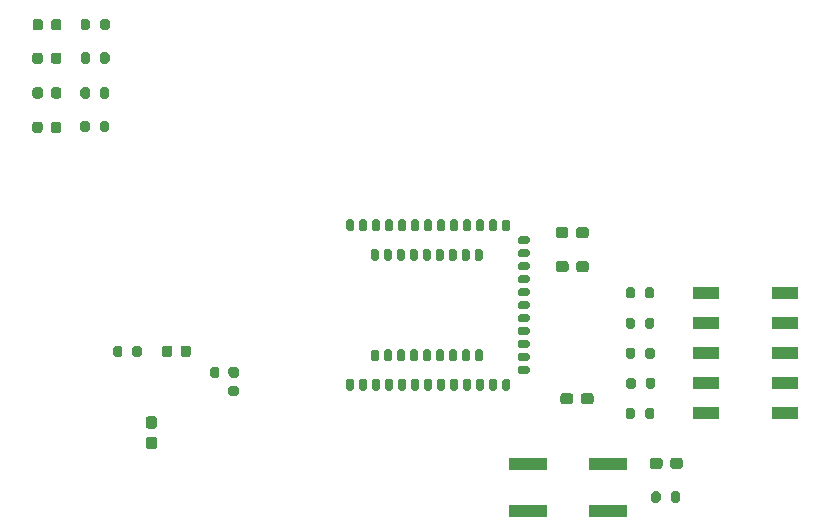
<source format=gbr>
%TF.GenerationSoftware,KiCad,Pcbnew,(5.1.7)-1*%
%TF.CreationDate,2020-11-28T10:02:44+01:00*%
%TF.ProjectId,Rhizo_Receiver_Shield,5268697a-6f5f-4526-9563-65697665725f,rev?*%
%TF.SameCoordinates,Original*%
%TF.FileFunction,Paste,Top*%
%TF.FilePolarity,Positive*%
%FSLAX46Y46*%
G04 Gerber Fmt 4.6, Leading zero omitted, Abs format (unit mm)*
G04 Created by KiCad (PCBNEW (5.1.7)-1) date 2020-11-28 10:02:44*
%MOMM*%
%LPD*%
G01*
G04 APERTURE LIST*
%ADD10R,3.200000X1.000000*%
%ADD11R,2.160000X1.120000*%
G04 APERTURE END LIST*
%TO.C,C18*%
G36*
G01*
X158384120Y-94077800D02*
X158384120Y-93602800D01*
G75*
G02*
X158621620Y-93365300I237500J0D01*
G01*
X159221620Y-93365300D01*
G75*
G02*
X159459120Y-93602800I0J-237500D01*
G01*
X159459120Y-94077800D01*
G75*
G02*
X159221620Y-94315300I-237500J0D01*
G01*
X158621620Y-94315300D01*
G75*
G02*
X158384120Y-94077800I0J237500D01*
G01*
G37*
G36*
G01*
X156659120Y-94077800D02*
X156659120Y-93602800D01*
G75*
G02*
X156896620Y-93365300I237500J0D01*
G01*
X157496620Y-93365300D01*
G75*
G02*
X157734120Y-93602800I0J-237500D01*
G01*
X157734120Y-94077800D01*
G75*
G02*
X157496620Y-94315300I-237500J0D01*
G01*
X156896620Y-94315300D01*
G75*
G02*
X156659120Y-94077800I0J237500D01*
G01*
G37*
%TD*%
%TO.C,C16*%
G36*
G01*
X158405880Y-96950540D02*
X158405880Y-96475540D01*
G75*
G02*
X158643380Y-96238040I237500J0D01*
G01*
X159243380Y-96238040D01*
G75*
G02*
X159480880Y-96475540I0J-237500D01*
G01*
X159480880Y-96950540D01*
G75*
G02*
X159243380Y-97188040I-237500J0D01*
G01*
X158643380Y-97188040D01*
G75*
G02*
X158405880Y-96950540I0J237500D01*
G01*
G37*
G36*
G01*
X156680880Y-96950540D02*
X156680880Y-96475540D01*
G75*
G02*
X156918380Y-96238040I237500J0D01*
G01*
X157518380Y-96238040D01*
G75*
G02*
X157755880Y-96475540I0J-237500D01*
G01*
X157755880Y-96950540D01*
G75*
G02*
X157518380Y-97188040I-237500J0D01*
G01*
X156918380Y-97188040D01*
G75*
G02*
X156680880Y-96950540I0J237500D01*
G01*
G37*
%TD*%
%TO.C,C15*%
G36*
G01*
X158795600Y-108144320D02*
X158795600Y-107669320D01*
G75*
G02*
X159033100Y-107431820I237500J0D01*
G01*
X159633100Y-107431820D01*
G75*
G02*
X159870600Y-107669320I0J-237500D01*
G01*
X159870600Y-108144320D01*
G75*
G02*
X159633100Y-108381820I-237500J0D01*
G01*
X159033100Y-108381820D01*
G75*
G02*
X158795600Y-108144320I0J237500D01*
G01*
G37*
G36*
G01*
X157070600Y-108144320D02*
X157070600Y-107669320D01*
G75*
G02*
X157308100Y-107431820I237500J0D01*
G01*
X157908100Y-107431820D01*
G75*
G02*
X158145600Y-107669320I0J-237500D01*
G01*
X158145600Y-108144320D01*
G75*
G02*
X157908100Y-108381820I-237500J0D01*
G01*
X157308100Y-108381820D01*
G75*
G02*
X157070600Y-108144320I0J237500D01*
G01*
G37*
%TD*%
%TO.C,C14*%
G36*
G01*
X166362260Y-113612940D02*
X166362260Y-113137940D01*
G75*
G02*
X166599760Y-112900440I237500J0D01*
G01*
X167199760Y-112900440D01*
G75*
G02*
X167437260Y-113137940I0J-237500D01*
G01*
X167437260Y-113612940D01*
G75*
G02*
X167199760Y-113850440I-237500J0D01*
G01*
X166599760Y-113850440D01*
G75*
G02*
X166362260Y-113612940I0J237500D01*
G01*
G37*
G36*
G01*
X164637260Y-113612940D02*
X164637260Y-113137940D01*
G75*
G02*
X164874760Y-112900440I237500J0D01*
G01*
X165474760Y-112900440D01*
G75*
G02*
X165712260Y-113137940I0J-237500D01*
G01*
X165712260Y-113612940D01*
G75*
G02*
X165474760Y-113850440I-237500J0D01*
G01*
X164874760Y-113850440D01*
G75*
G02*
X164637260Y-113612940I0J237500D01*
G01*
G37*
%TD*%
%TO.C,C2*%
G36*
G01*
X122675660Y-110453460D02*
X122200660Y-110453460D01*
G75*
G02*
X121963160Y-110215960I0J237500D01*
G01*
X121963160Y-109615960D01*
G75*
G02*
X122200660Y-109378460I237500J0D01*
G01*
X122675660Y-109378460D01*
G75*
G02*
X122913160Y-109615960I0J-237500D01*
G01*
X122913160Y-110215960D01*
G75*
G02*
X122675660Y-110453460I-237500J0D01*
G01*
G37*
G36*
G01*
X122675660Y-112178460D02*
X122200660Y-112178460D01*
G75*
G02*
X121963160Y-111940960I0J237500D01*
G01*
X121963160Y-111340960D01*
G75*
G02*
X122200660Y-111103460I237500J0D01*
G01*
X122675660Y-111103460D01*
G75*
G02*
X122913160Y-111340960I0J-237500D01*
G01*
X122913160Y-111940960D01*
G75*
G02*
X122675660Y-112178460I-237500J0D01*
G01*
G37*
%TD*%
%TO.C,U101*%
G36*
G01*
X153467280Y-104555940D02*
X153467280Y-104205940D01*
G75*
G02*
X153642280Y-104030940I175000J0D01*
G01*
X154292280Y-104030940D01*
G75*
G02*
X154467280Y-104205940I0J-175000D01*
G01*
X154467280Y-104555940D01*
G75*
G02*
X154292280Y-104730940I-175000J0D01*
G01*
X153642280Y-104730940D01*
G75*
G02*
X153467280Y-104555940I0J175000D01*
G01*
G37*
G36*
G01*
X153467280Y-103455940D02*
X153467280Y-103105940D01*
G75*
G02*
X153642280Y-102930940I175000J0D01*
G01*
X154292280Y-102930940D01*
G75*
G02*
X154467280Y-103105940I0J-175000D01*
G01*
X154467280Y-103455940D01*
G75*
G02*
X154292280Y-103630940I-175000J0D01*
G01*
X153642280Y-103630940D01*
G75*
G02*
X153467280Y-103455940I0J175000D01*
G01*
G37*
G36*
G01*
X153467280Y-105655940D02*
X153467280Y-105305940D01*
G75*
G02*
X153642280Y-105130940I175000J0D01*
G01*
X154292280Y-105130940D01*
G75*
G02*
X154467280Y-105305940I0J-175000D01*
G01*
X154467280Y-105655940D01*
G75*
G02*
X154292280Y-105830940I-175000J0D01*
G01*
X153642280Y-105830940D01*
G75*
G02*
X153467280Y-105655940I0J175000D01*
G01*
G37*
G36*
G01*
X153467280Y-97955940D02*
X153467280Y-97605940D01*
G75*
G02*
X153642280Y-97430940I175000J0D01*
G01*
X154292280Y-97430940D01*
G75*
G02*
X154467280Y-97605940I0J-175000D01*
G01*
X154467280Y-97955940D01*
G75*
G02*
X154292280Y-98130940I-175000J0D01*
G01*
X153642280Y-98130940D01*
G75*
G02*
X153467280Y-97955940I0J175000D01*
G01*
G37*
G36*
G01*
X153467280Y-102355940D02*
X153467280Y-102005940D01*
G75*
G02*
X153642280Y-101830940I175000J0D01*
G01*
X154292280Y-101830940D01*
G75*
G02*
X154467280Y-102005940I0J-175000D01*
G01*
X154467280Y-102355940D01*
G75*
G02*
X154292280Y-102530940I-175000J0D01*
G01*
X153642280Y-102530940D01*
G75*
G02*
X153467280Y-102355940I0J175000D01*
G01*
G37*
G36*
G01*
X153467280Y-96855940D02*
X153467280Y-96505940D01*
G75*
G02*
X153642280Y-96330940I175000J0D01*
G01*
X154292280Y-96330940D01*
G75*
G02*
X154467280Y-96505940I0J-175000D01*
G01*
X154467280Y-96855940D01*
G75*
G02*
X154292280Y-97030940I-175000J0D01*
G01*
X153642280Y-97030940D01*
G75*
G02*
X153467280Y-96855940I0J175000D01*
G01*
G37*
G36*
G01*
X153467280Y-101255940D02*
X153467280Y-100905940D01*
G75*
G02*
X153642280Y-100730940I175000J0D01*
G01*
X154292280Y-100730940D01*
G75*
G02*
X154467280Y-100905940I0J-175000D01*
G01*
X154467280Y-101255940D01*
G75*
G02*
X154292280Y-101430940I-175000J0D01*
G01*
X153642280Y-101430940D01*
G75*
G02*
X153467280Y-101255940I0J175000D01*
G01*
G37*
G36*
G01*
X153467280Y-95755940D02*
X153467280Y-95405940D01*
G75*
G02*
X153642280Y-95230940I175000J0D01*
G01*
X154292280Y-95230940D01*
G75*
G02*
X154467280Y-95405940I0J-175000D01*
G01*
X154467280Y-95755940D01*
G75*
G02*
X154292280Y-95930940I-175000J0D01*
G01*
X153642280Y-95930940D01*
G75*
G02*
X153467280Y-95755940I0J175000D01*
G01*
G37*
G36*
G01*
X153467280Y-94655940D02*
X153467280Y-94305940D01*
G75*
G02*
X153642280Y-94130940I175000J0D01*
G01*
X154292280Y-94130940D01*
G75*
G02*
X154467280Y-94305940I0J-175000D01*
G01*
X154467280Y-94655940D01*
G75*
G02*
X154292280Y-94830940I-175000J0D01*
G01*
X153642280Y-94830940D01*
G75*
G02*
X153467280Y-94655940I0J175000D01*
G01*
G37*
G36*
G01*
X153467280Y-100155940D02*
X153467280Y-99805940D01*
G75*
G02*
X153642280Y-99630940I175000J0D01*
G01*
X154292280Y-99630940D01*
G75*
G02*
X154467280Y-99805940I0J-175000D01*
G01*
X154467280Y-100155940D01*
G75*
G02*
X154292280Y-100330940I-175000J0D01*
G01*
X153642280Y-100330940D01*
G75*
G02*
X153467280Y-100155940I0J175000D01*
G01*
G37*
G36*
G01*
X153467280Y-99055940D02*
X153467280Y-98705940D01*
G75*
G02*
X153642280Y-98530940I175000J0D01*
G01*
X154292280Y-98530940D01*
G75*
G02*
X154467280Y-98705940I0J-175000D01*
G01*
X154467280Y-99055940D01*
G75*
G02*
X154292280Y-99230940I-175000J0D01*
G01*
X153642280Y-99230940D01*
G75*
G02*
X153467280Y-99055940I0J175000D01*
G01*
G37*
G36*
G01*
X148242280Y-107210940D02*
X147892280Y-107210940D01*
G75*
G02*
X147717280Y-107035940I0J175000D01*
G01*
X147717280Y-106385940D01*
G75*
G02*
X147892280Y-106210940I175000J0D01*
G01*
X148242280Y-106210940D01*
G75*
G02*
X148417280Y-106385940I0J-175000D01*
G01*
X148417280Y-107035940D01*
G75*
G02*
X148242280Y-107210940I-175000J0D01*
G01*
G37*
G36*
G01*
X150442280Y-107210940D02*
X150092280Y-107210940D01*
G75*
G02*
X149917280Y-107035940I0J175000D01*
G01*
X149917280Y-106385940D01*
G75*
G02*
X150092280Y-106210940I175000J0D01*
G01*
X150442280Y-106210940D01*
G75*
G02*
X150617280Y-106385940I0J-175000D01*
G01*
X150617280Y-107035940D01*
G75*
G02*
X150442280Y-107210940I-175000J0D01*
G01*
G37*
G36*
G01*
X141642280Y-107210940D02*
X141292280Y-107210940D01*
G75*
G02*
X141117280Y-107035940I0J175000D01*
G01*
X141117280Y-106385940D01*
G75*
G02*
X141292280Y-106210940I175000J0D01*
G01*
X141642280Y-106210940D01*
G75*
G02*
X141817280Y-106385940I0J-175000D01*
G01*
X141817280Y-107035940D01*
G75*
G02*
X141642280Y-107210940I-175000J0D01*
G01*
G37*
G36*
G01*
X146042280Y-107210940D02*
X145692280Y-107210940D01*
G75*
G02*
X145517280Y-107035940I0J175000D01*
G01*
X145517280Y-106385940D01*
G75*
G02*
X145692280Y-106210940I175000J0D01*
G01*
X146042280Y-106210940D01*
G75*
G02*
X146217280Y-106385940I0J-175000D01*
G01*
X146217280Y-107035940D01*
G75*
G02*
X146042280Y-107210940I-175000J0D01*
G01*
G37*
G36*
G01*
X144942280Y-107210940D02*
X144592280Y-107210940D01*
G75*
G02*
X144417280Y-107035940I0J175000D01*
G01*
X144417280Y-106385940D01*
G75*
G02*
X144592280Y-106210940I175000J0D01*
G01*
X144942280Y-106210940D01*
G75*
G02*
X145117280Y-106385940I0J-175000D01*
G01*
X145117280Y-107035940D01*
G75*
G02*
X144942280Y-107210940I-175000J0D01*
G01*
G37*
G36*
G01*
X152642280Y-107230940D02*
X152292280Y-107230940D01*
G75*
G02*
X152117280Y-107055940I0J175000D01*
G01*
X152117280Y-106405940D01*
G75*
G02*
X152292280Y-106230940I175000J0D01*
G01*
X152642280Y-106230940D01*
G75*
G02*
X152817280Y-106405940I0J-175000D01*
G01*
X152817280Y-107055940D01*
G75*
G02*
X152642280Y-107230940I-175000J0D01*
G01*
G37*
G36*
G01*
X143842280Y-107210940D02*
X143492280Y-107210940D01*
G75*
G02*
X143317280Y-107035940I0J175000D01*
G01*
X143317280Y-106385940D01*
G75*
G02*
X143492280Y-106210940I175000J0D01*
G01*
X143842280Y-106210940D01*
G75*
G02*
X144017280Y-106385940I0J-175000D01*
G01*
X144017280Y-107035940D01*
G75*
G02*
X143842280Y-107210940I-175000J0D01*
G01*
G37*
G36*
G01*
X149342280Y-107210940D02*
X148992280Y-107210940D01*
G75*
G02*
X148817280Y-107035940I0J175000D01*
G01*
X148817280Y-106385940D01*
G75*
G02*
X148992280Y-106210940I175000J0D01*
G01*
X149342280Y-106210940D01*
G75*
G02*
X149517280Y-106385940I0J-175000D01*
G01*
X149517280Y-107035940D01*
G75*
G02*
X149342280Y-107210940I-175000J0D01*
G01*
G37*
G36*
G01*
X151542280Y-107210940D02*
X151192280Y-107210940D01*
G75*
G02*
X151017280Y-107035940I0J175000D01*
G01*
X151017280Y-106385940D01*
G75*
G02*
X151192280Y-106210940I175000J0D01*
G01*
X151542280Y-106210940D01*
G75*
G02*
X151717280Y-106385940I0J-175000D01*
G01*
X151717280Y-107035940D01*
G75*
G02*
X151542280Y-107210940I-175000J0D01*
G01*
G37*
G36*
G01*
X142742280Y-107210940D02*
X142392280Y-107210940D01*
G75*
G02*
X142217280Y-107035940I0J175000D01*
G01*
X142217280Y-106385940D01*
G75*
G02*
X142392280Y-106210940I175000J0D01*
G01*
X142742280Y-106210940D01*
G75*
G02*
X142917280Y-106385940I0J-175000D01*
G01*
X142917280Y-107035940D01*
G75*
G02*
X142742280Y-107210940I-175000J0D01*
G01*
G37*
G36*
G01*
X147142280Y-107210940D02*
X146792280Y-107210940D01*
G75*
G02*
X146617280Y-107035940I0J175000D01*
G01*
X146617280Y-106385940D01*
G75*
G02*
X146792280Y-106210940I175000J0D01*
G01*
X147142280Y-106210940D01*
G75*
G02*
X147317280Y-106385940I0J-175000D01*
G01*
X147317280Y-107035940D01*
G75*
G02*
X147142280Y-107210940I-175000J0D01*
G01*
G37*
G36*
G01*
X140542280Y-107210940D02*
X140192280Y-107210940D01*
G75*
G02*
X140017280Y-107035940I0J175000D01*
G01*
X140017280Y-106385940D01*
G75*
G02*
X140192280Y-106210940I175000J0D01*
G01*
X140542280Y-106210940D01*
G75*
G02*
X140717280Y-106385940I0J-175000D01*
G01*
X140717280Y-107035940D01*
G75*
G02*
X140542280Y-107210940I-175000J0D01*
G01*
G37*
G36*
G01*
X139442280Y-107210940D02*
X139092280Y-107210940D01*
G75*
G02*
X138917280Y-107035940I0J175000D01*
G01*
X138917280Y-106385940D01*
G75*
G02*
X139092280Y-106210940I175000J0D01*
G01*
X139442280Y-106210940D01*
G75*
G02*
X139617280Y-106385940I0J-175000D01*
G01*
X139617280Y-107035940D01*
G75*
G02*
X139442280Y-107210940I-175000J0D01*
G01*
G37*
G36*
G01*
X152642280Y-93730940D02*
X152292280Y-93730940D01*
G75*
G02*
X152117280Y-93555940I0J175000D01*
G01*
X152117280Y-92905940D01*
G75*
G02*
X152292280Y-92730940I175000J0D01*
G01*
X152642280Y-92730940D01*
G75*
G02*
X152817280Y-92905940I0J-175000D01*
G01*
X152817280Y-93555940D01*
G75*
G02*
X152642280Y-93730940I-175000J0D01*
G01*
G37*
G36*
G01*
X150442280Y-93710940D02*
X150092280Y-93710940D01*
G75*
G02*
X149917280Y-93535940I0J175000D01*
G01*
X149917280Y-92885940D01*
G75*
G02*
X150092280Y-92710940I175000J0D01*
G01*
X150442280Y-92710940D01*
G75*
G02*
X150617280Y-92885940I0J-175000D01*
G01*
X150617280Y-93535940D01*
G75*
G02*
X150442280Y-93710940I-175000J0D01*
G01*
G37*
G36*
G01*
X148242280Y-93710940D02*
X147892280Y-93710940D01*
G75*
G02*
X147717280Y-93535940I0J175000D01*
G01*
X147717280Y-92885940D01*
G75*
G02*
X147892280Y-92710940I175000J0D01*
G01*
X148242280Y-92710940D01*
G75*
G02*
X148417280Y-92885940I0J-175000D01*
G01*
X148417280Y-93535940D01*
G75*
G02*
X148242280Y-93710940I-175000J0D01*
G01*
G37*
G36*
G01*
X151542280Y-93710940D02*
X151192280Y-93710940D01*
G75*
G02*
X151017280Y-93535940I0J175000D01*
G01*
X151017280Y-92885940D01*
G75*
G02*
X151192280Y-92710940I175000J0D01*
G01*
X151542280Y-92710940D01*
G75*
G02*
X151717280Y-92885940I0J-175000D01*
G01*
X151717280Y-93535940D01*
G75*
G02*
X151542280Y-93710940I-175000J0D01*
G01*
G37*
G36*
G01*
X149342280Y-93710940D02*
X148992280Y-93710940D01*
G75*
G02*
X148817280Y-93535940I0J175000D01*
G01*
X148817280Y-92885940D01*
G75*
G02*
X148992280Y-92710940I175000J0D01*
G01*
X149342280Y-92710940D01*
G75*
G02*
X149517280Y-92885940I0J-175000D01*
G01*
X149517280Y-93535940D01*
G75*
G02*
X149342280Y-93710940I-175000J0D01*
G01*
G37*
G36*
G01*
X146042280Y-93710940D02*
X145692280Y-93710940D01*
G75*
G02*
X145517280Y-93535940I0J175000D01*
G01*
X145517280Y-92885940D01*
G75*
G02*
X145692280Y-92710940I175000J0D01*
G01*
X146042280Y-92710940D01*
G75*
G02*
X146217280Y-92885940I0J-175000D01*
G01*
X146217280Y-93535940D01*
G75*
G02*
X146042280Y-93710940I-175000J0D01*
G01*
G37*
G36*
G01*
X141642280Y-93710940D02*
X141292280Y-93710940D01*
G75*
G02*
X141117280Y-93535940I0J175000D01*
G01*
X141117280Y-92885940D01*
G75*
G02*
X141292280Y-92710940I175000J0D01*
G01*
X141642280Y-92710940D01*
G75*
G02*
X141817280Y-92885940I0J-175000D01*
G01*
X141817280Y-93535940D01*
G75*
G02*
X141642280Y-93710940I-175000J0D01*
G01*
G37*
G36*
G01*
X147142280Y-93710940D02*
X146792280Y-93710940D01*
G75*
G02*
X146617280Y-93535940I0J175000D01*
G01*
X146617280Y-92885940D01*
G75*
G02*
X146792280Y-92710940I175000J0D01*
G01*
X147142280Y-92710940D01*
G75*
G02*
X147317280Y-92885940I0J-175000D01*
G01*
X147317280Y-93535940D01*
G75*
G02*
X147142280Y-93710940I-175000J0D01*
G01*
G37*
G36*
G01*
X142742280Y-93710940D02*
X142392280Y-93710940D01*
G75*
G02*
X142217280Y-93535940I0J175000D01*
G01*
X142217280Y-92885940D01*
G75*
G02*
X142392280Y-92710940I175000J0D01*
G01*
X142742280Y-92710940D01*
G75*
G02*
X142917280Y-92885940I0J-175000D01*
G01*
X142917280Y-93535940D01*
G75*
G02*
X142742280Y-93710940I-175000J0D01*
G01*
G37*
G36*
G01*
X143842280Y-93710940D02*
X143492280Y-93710940D01*
G75*
G02*
X143317280Y-93535940I0J175000D01*
G01*
X143317280Y-92885940D01*
G75*
G02*
X143492280Y-92710940I175000J0D01*
G01*
X143842280Y-92710940D01*
G75*
G02*
X144017280Y-92885940I0J-175000D01*
G01*
X144017280Y-93535940D01*
G75*
G02*
X143842280Y-93710940I-175000J0D01*
G01*
G37*
G36*
G01*
X144942280Y-93710940D02*
X144592280Y-93710940D01*
G75*
G02*
X144417280Y-93535940I0J175000D01*
G01*
X144417280Y-92885940D01*
G75*
G02*
X144592280Y-92710940I175000J0D01*
G01*
X144942280Y-92710940D01*
G75*
G02*
X145117280Y-92885940I0J-175000D01*
G01*
X145117280Y-93535940D01*
G75*
G02*
X144942280Y-93710940I-175000J0D01*
G01*
G37*
G36*
G01*
X139442280Y-93710940D02*
X139092280Y-93710940D01*
G75*
G02*
X138917280Y-93535940I0J175000D01*
G01*
X138917280Y-92885940D01*
G75*
G02*
X139092280Y-92710940I175000J0D01*
G01*
X139442280Y-92710940D01*
G75*
G02*
X139617280Y-92885940I0J-175000D01*
G01*
X139617280Y-93535940D01*
G75*
G02*
X139442280Y-93710940I-175000J0D01*
G01*
G37*
G36*
G01*
X140542280Y-93710940D02*
X140192280Y-93710940D01*
G75*
G02*
X140017280Y-93535940I0J175000D01*
G01*
X140017280Y-92885940D01*
G75*
G02*
X140192280Y-92710940I175000J0D01*
G01*
X140542280Y-92710940D01*
G75*
G02*
X140717280Y-92885940I0J-175000D01*
G01*
X140717280Y-93535940D01*
G75*
G02*
X140542280Y-93710940I-175000J0D01*
G01*
G37*
G36*
G01*
X148142280Y-104730940D02*
X147792280Y-104730940D01*
G75*
G02*
X147617280Y-104555940I0J175000D01*
G01*
X147617280Y-103905940D01*
G75*
G02*
X147792280Y-103730940I175000J0D01*
G01*
X148142280Y-103730940D01*
G75*
G02*
X148317280Y-103905940I0J-175000D01*
G01*
X148317280Y-104555940D01*
G75*
G02*
X148142280Y-104730940I-175000J0D01*
G01*
G37*
G36*
G01*
X143742280Y-104730940D02*
X143392280Y-104730940D01*
G75*
G02*
X143217280Y-104555940I0J175000D01*
G01*
X143217280Y-103905940D01*
G75*
G02*
X143392280Y-103730940I175000J0D01*
G01*
X143742280Y-103730940D01*
G75*
G02*
X143917280Y-103905940I0J-175000D01*
G01*
X143917280Y-104555940D01*
G75*
G02*
X143742280Y-104730940I-175000J0D01*
G01*
G37*
G36*
G01*
X149242280Y-104730940D02*
X148892280Y-104730940D01*
G75*
G02*
X148717280Y-104555940I0J175000D01*
G01*
X148717280Y-103905940D01*
G75*
G02*
X148892280Y-103730940I175000J0D01*
G01*
X149242280Y-103730940D01*
G75*
G02*
X149417280Y-103905940I0J-175000D01*
G01*
X149417280Y-104555940D01*
G75*
G02*
X149242280Y-104730940I-175000J0D01*
G01*
G37*
G36*
G01*
X144842280Y-104730940D02*
X144492280Y-104730940D01*
G75*
G02*
X144317280Y-104555940I0J175000D01*
G01*
X144317280Y-103905940D01*
G75*
G02*
X144492280Y-103730940I175000J0D01*
G01*
X144842280Y-103730940D01*
G75*
G02*
X145017280Y-103905940I0J-175000D01*
G01*
X145017280Y-104555940D01*
G75*
G02*
X144842280Y-104730940I-175000J0D01*
G01*
G37*
G36*
G01*
X150342280Y-104730940D02*
X149992280Y-104730940D01*
G75*
G02*
X149817280Y-104555940I0J175000D01*
G01*
X149817280Y-103905940D01*
G75*
G02*
X149992280Y-103730940I175000J0D01*
G01*
X150342280Y-103730940D01*
G75*
G02*
X150517280Y-103905940I0J-175000D01*
G01*
X150517280Y-104555940D01*
G75*
G02*
X150342280Y-104730940I-175000J0D01*
G01*
G37*
G36*
G01*
X145942280Y-104730940D02*
X145592280Y-104730940D01*
G75*
G02*
X145417280Y-104555940I0J175000D01*
G01*
X145417280Y-103905940D01*
G75*
G02*
X145592280Y-103730940I175000J0D01*
G01*
X145942280Y-103730940D01*
G75*
G02*
X146117280Y-103905940I0J-175000D01*
G01*
X146117280Y-104555940D01*
G75*
G02*
X145942280Y-104730940I-175000J0D01*
G01*
G37*
G36*
G01*
X147042280Y-104730940D02*
X146692280Y-104730940D01*
G75*
G02*
X146517280Y-104555940I0J175000D01*
G01*
X146517280Y-103905940D01*
G75*
G02*
X146692280Y-103730940I175000J0D01*
G01*
X147042280Y-103730940D01*
G75*
G02*
X147217280Y-103905940I0J-175000D01*
G01*
X147217280Y-104555940D01*
G75*
G02*
X147042280Y-104730940I-175000J0D01*
G01*
G37*
G36*
G01*
X141542280Y-104740940D02*
X141192280Y-104740940D01*
G75*
G02*
X141017280Y-104565940I0J175000D01*
G01*
X141017280Y-103915940D01*
G75*
G02*
X141192280Y-103740940I175000J0D01*
G01*
X141542280Y-103740940D01*
G75*
G02*
X141717280Y-103915940I0J-175000D01*
G01*
X141717280Y-104565940D01*
G75*
G02*
X141542280Y-104740940I-175000J0D01*
G01*
G37*
G36*
G01*
X142642280Y-104730940D02*
X142292280Y-104730940D01*
G75*
G02*
X142117280Y-104555940I0J175000D01*
G01*
X142117280Y-103905940D01*
G75*
G02*
X142292280Y-103730940I175000J0D01*
G01*
X142642280Y-103730940D01*
G75*
G02*
X142817280Y-103905940I0J-175000D01*
G01*
X142817280Y-104555940D01*
G75*
G02*
X142642280Y-104730940I-175000J0D01*
G01*
G37*
G36*
G01*
X141542280Y-96230940D02*
X141192280Y-96230940D01*
G75*
G02*
X141017280Y-96055940I0J175000D01*
G01*
X141017280Y-95405940D01*
G75*
G02*
X141192280Y-95230940I175000J0D01*
G01*
X141542280Y-95230940D01*
G75*
G02*
X141717280Y-95405940I0J-175000D01*
G01*
X141717280Y-96055940D01*
G75*
G02*
X141542280Y-96230940I-175000J0D01*
G01*
G37*
G36*
G01*
X142642280Y-96230940D02*
X142292280Y-96230940D01*
G75*
G02*
X142117280Y-96055940I0J175000D01*
G01*
X142117280Y-95405940D01*
G75*
G02*
X142292280Y-95230940I175000J0D01*
G01*
X142642280Y-95230940D01*
G75*
G02*
X142817280Y-95405940I0J-175000D01*
G01*
X142817280Y-96055940D01*
G75*
G02*
X142642280Y-96230940I-175000J0D01*
G01*
G37*
G36*
G01*
X143742280Y-96230940D02*
X143392280Y-96230940D01*
G75*
G02*
X143217280Y-96055940I0J175000D01*
G01*
X143217280Y-95405940D01*
G75*
G02*
X143392280Y-95230940I175000J0D01*
G01*
X143742280Y-95230940D01*
G75*
G02*
X143917280Y-95405940I0J-175000D01*
G01*
X143917280Y-96055940D01*
G75*
G02*
X143742280Y-96230940I-175000J0D01*
G01*
G37*
G36*
G01*
X145942280Y-96230940D02*
X145592280Y-96230940D01*
G75*
G02*
X145417280Y-96055940I0J175000D01*
G01*
X145417280Y-95405940D01*
G75*
G02*
X145592280Y-95230940I175000J0D01*
G01*
X145942280Y-95230940D01*
G75*
G02*
X146117280Y-95405940I0J-175000D01*
G01*
X146117280Y-96055940D01*
G75*
G02*
X145942280Y-96230940I-175000J0D01*
G01*
G37*
G36*
G01*
X144842280Y-96230940D02*
X144492280Y-96230940D01*
G75*
G02*
X144317280Y-96055940I0J175000D01*
G01*
X144317280Y-95405940D01*
G75*
G02*
X144492280Y-95230940I175000J0D01*
G01*
X144842280Y-95230940D01*
G75*
G02*
X145017280Y-95405940I0J-175000D01*
G01*
X145017280Y-96055940D01*
G75*
G02*
X144842280Y-96230940I-175000J0D01*
G01*
G37*
G36*
G01*
X147042280Y-96230940D02*
X146692280Y-96230940D01*
G75*
G02*
X146517280Y-96055940I0J175000D01*
G01*
X146517280Y-95405940D01*
G75*
G02*
X146692280Y-95230940I175000J0D01*
G01*
X147042280Y-95230940D01*
G75*
G02*
X147217280Y-95405940I0J-175000D01*
G01*
X147217280Y-96055940D01*
G75*
G02*
X147042280Y-96230940I-175000J0D01*
G01*
G37*
G36*
G01*
X149242280Y-96230940D02*
X148892280Y-96230940D01*
G75*
G02*
X148717280Y-96055940I0J175000D01*
G01*
X148717280Y-95405940D01*
G75*
G02*
X148892280Y-95230940I175000J0D01*
G01*
X149242280Y-95230940D01*
G75*
G02*
X149417280Y-95405940I0J-175000D01*
G01*
X149417280Y-96055940D01*
G75*
G02*
X149242280Y-96230940I-175000J0D01*
G01*
G37*
G36*
G01*
X148142280Y-96230940D02*
X147792280Y-96230940D01*
G75*
G02*
X147617280Y-96055940I0J175000D01*
G01*
X147617280Y-95405940D01*
G75*
G02*
X147792280Y-95230940I175000J0D01*
G01*
X148142280Y-95230940D01*
G75*
G02*
X148317280Y-95405940I0J-175000D01*
G01*
X148317280Y-96055940D01*
G75*
G02*
X148142280Y-96230940I-175000J0D01*
G01*
G37*
G36*
G01*
X150342280Y-96230940D02*
X149992280Y-96230940D01*
G75*
G02*
X149817280Y-96055940I0J175000D01*
G01*
X149817280Y-95405940D01*
G75*
G02*
X149992280Y-95230940I175000J0D01*
G01*
X150342280Y-95230940D01*
G75*
G02*
X150517280Y-95405940I0J-175000D01*
G01*
X150517280Y-96055940D01*
G75*
G02*
X150342280Y-96230940I-175000J0D01*
G01*
G37*
%TD*%
D10*
%TO.C,SW2*%
X161120240Y-117446560D03*
X154320240Y-117446560D03*
X154320240Y-113446560D03*
X161120240Y-113446560D03*
%TD*%
D11*
%TO.C,SW1*%
X169357540Y-109143800D03*
X176087540Y-98983800D03*
X169357540Y-106603800D03*
X176087540Y-101523800D03*
X169357540Y-104063800D03*
X176087540Y-104063800D03*
X169357540Y-101523800D03*
X176087540Y-106603800D03*
X169357540Y-98983800D03*
X176087540Y-109143800D03*
%TD*%
%TO.C,R101*%
G36*
G01*
X120835740Y-104168620D02*
X120835740Y-103618620D01*
G75*
G02*
X121035740Y-103418620I200000J0D01*
G01*
X121435740Y-103418620D01*
G75*
G02*
X121635740Y-103618620I0J-200000D01*
G01*
X121635740Y-104168620D01*
G75*
G02*
X121435740Y-104368620I-200000J0D01*
G01*
X121035740Y-104368620D01*
G75*
G02*
X120835740Y-104168620I0J200000D01*
G01*
G37*
G36*
G01*
X119185740Y-104168620D02*
X119185740Y-103618620D01*
G75*
G02*
X119385740Y-103418620I200000J0D01*
G01*
X119785740Y-103418620D01*
G75*
G02*
X119985740Y-103618620I0J-200000D01*
G01*
X119985740Y-104168620D01*
G75*
G02*
X119785740Y-104368620I-200000J0D01*
G01*
X119385740Y-104368620D01*
G75*
G02*
X119185740Y-104168620I0J200000D01*
G01*
G37*
%TD*%
%TO.C,R13*%
G36*
G01*
X129045020Y-105946620D02*
X129045020Y-105396620D01*
G75*
G02*
X129245020Y-105196620I200000J0D01*
G01*
X129645020Y-105196620D01*
G75*
G02*
X129845020Y-105396620I0J-200000D01*
G01*
X129845020Y-105946620D01*
G75*
G02*
X129645020Y-106146620I-200000J0D01*
G01*
X129245020Y-106146620D01*
G75*
G02*
X129045020Y-105946620I0J200000D01*
G01*
G37*
G36*
G01*
X127395020Y-105946620D02*
X127395020Y-105396620D01*
G75*
G02*
X127595020Y-105196620I200000J0D01*
G01*
X127995020Y-105196620D01*
G75*
G02*
X128195020Y-105396620I0J-200000D01*
G01*
X128195020Y-105946620D01*
G75*
G02*
X127995020Y-106146620I-200000J0D01*
G01*
X127595020Y-106146620D01*
G75*
G02*
X127395020Y-105946620I0J200000D01*
G01*
G37*
%TD*%
%TO.C,R11*%
G36*
G01*
X162579100Y-99210540D02*
X162579100Y-98660540D01*
G75*
G02*
X162779100Y-98460540I200000J0D01*
G01*
X163179100Y-98460540D01*
G75*
G02*
X163379100Y-98660540I0J-200000D01*
G01*
X163379100Y-99210540D01*
G75*
G02*
X163179100Y-99410540I-200000J0D01*
G01*
X162779100Y-99410540D01*
G75*
G02*
X162579100Y-99210540I0J200000D01*
G01*
G37*
G36*
G01*
X164229100Y-99210540D02*
X164229100Y-98660540D01*
G75*
G02*
X164429100Y-98460540I200000J0D01*
G01*
X164829100Y-98460540D01*
G75*
G02*
X165029100Y-98660540I0J-200000D01*
G01*
X165029100Y-99210540D01*
G75*
G02*
X164829100Y-99410540I-200000J0D01*
G01*
X164429100Y-99410540D01*
G75*
G02*
X164229100Y-99210540I0J200000D01*
G01*
G37*
%TD*%
%TO.C,R10*%
G36*
G01*
X164229600Y-101788640D02*
X164229600Y-101238640D01*
G75*
G02*
X164429600Y-101038640I200000J0D01*
G01*
X164829600Y-101038640D01*
G75*
G02*
X165029600Y-101238640I0J-200000D01*
G01*
X165029600Y-101788640D01*
G75*
G02*
X164829600Y-101988640I-200000J0D01*
G01*
X164429600Y-101988640D01*
G75*
G02*
X164229600Y-101788640I0J200000D01*
G01*
G37*
G36*
G01*
X162579600Y-101788640D02*
X162579600Y-101238640D01*
G75*
G02*
X162779600Y-101038640I200000J0D01*
G01*
X163179600Y-101038640D01*
G75*
G02*
X163379600Y-101238640I0J-200000D01*
G01*
X163379600Y-101788640D01*
G75*
G02*
X163179600Y-101988640I-200000J0D01*
G01*
X162779600Y-101988640D01*
G75*
G02*
X162579600Y-101788640I0J200000D01*
G01*
G37*
%TD*%
%TO.C,R9*%
G36*
G01*
X164257540Y-104323560D02*
X164257540Y-103773560D01*
G75*
G02*
X164457540Y-103573560I200000J0D01*
G01*
X164857540Y-103573560D01*
G75*
G02*
X165057540Y-103773560I0J-200000D01*
G01*
X165057540Y-104323560D01*
G75*
G02*
X164857540Y-104523560I-200000J0D01*
G01*
X164457540Y-104523560D01*
G75*
G02*
X164257540Y-104323560I0J200000D01*
G01*
G37*
G36*
G01*
X162607540Y-104323560D02*
X162607540Y-103773560D01*
G75*
G02*
X162807540Y-103573560I200000J0D01*
G01*
X163207540Y-103573560D01*
G75*
G02*
X163407540Y-103773560I0J-200000D01*
G01*
X163407540Y-104323560D01*
G75*
G02*
X163207540Y-104523560I-200000J0D01*
G01*
X162807540Y-104523560D01*
G75*
G02*
X162607540Y-104323560I0J200000D01*
G01*
G37*
%TD*%
%TO.C,R8*%
G36*
G01*
X164290560Y-106866100D02*
X164290560Y-106316100D01*
G75*
G02*
X164490560Y-106116100I200000J0D01*
G01*
X164890560Y-106116100D01*
G75*
G02*
X165090560Y-106316100I0J-200000D01*
G01*
X165090560Y-106866100D01*
G75*
G02*
X164890560Y-107066100I-200000J0D01*
G01*
X164490560Y-107066100D01*
G75*
G02*
X164290560Y-106866100I0J200000D01*
G01*
G37*
G36*
G01*
X162640560Y-106866100D02*
X162640560Y-106316100D01*
G75*
G02*
X162840560Y-106116100I200000J0D01*
G01*
X163240560Y-106116100D01*
G75*
G02*
X163440560Y-106316100I0J-200000D01*
G01*
X163440560Y-106866100D01*
G75*
G02*
X163240560Y-107066100I-200000J0D01*
G01*
X162840560Y-107066100D01*
G75*
G02*
X162640560Y-106866100I0J200000D01*
G01*
G37*
%TD*%
%TO.C,R7*%
G36*
G01*
X162577560Y-109421340D02*
X162577560Y-108871340D01*
G75*
G02*
X162777560Y-108671340I200000J0D01*
G01*
X163177560Y-108671340D01*
G75*
G02*
X163377560Y-108871340I0J-200000D01*
G01*
X163377560Y-109421340D01*
G75*
G02*
X163177560Y-109621340I-200000J0D01*
G01*
X162777560Y-109621340D01*
G75*
G02*
X162577560Y-109421340I0J200000D01*
G01*
G37*
G36*
G01*
X164227560Y-109421340D02*
X164227560Y-108871340D01*
G75*
G02*
X164427560Y-108671340I200000J0D01*
G01*
X164827560Y-108671340D01*
G75*
G02*
X165027560Y-108871340I0J-200000D01*
G01*
X165027560Y-109421340D01*
G75*
G02*
X164827560Y-109621340I-200000J0D01*
G01*
X164427560Y-109621340D01*
G75*
G02*
X164227560Y-109421340I0J200000D01*
G01*
G37*
%TD*%
%TO.C,R6*%
G36*
G01*
X118072220Y-82294140D02*
X118072220Y-81744140D01*
G75*
G02*
X118272220Y-81544140I200000J0D01*
G01*
X118672220Y-81544140D01*
G75*
G02*
X118872220Y-81744140I0J-200000D01*
G01*
X118872220Y-82294140D01*
G75*
G02*
X118672220Y-82494140I-200000J0D01*
G01*
X118272220Y-82494140D01*
G75*
G02*
X118072220Y-82294140I0J200000D01*
G01*
G37*
G36*
G01*
X116422220Y-82294140D02*
X116422220Y-81744140D01*
G75*
G02*
X116622220Y-81544140I200000J0D01*
G01*
X117022220Y-81544140D01*
G75*
G02*
X117222220Y-81744140I0J-200000D01*
G01*
X117222220Y-82294140D01*
G75*
G02*
X117022220Y-82494140I-200000J0D01*
G01*
X116622220Y-82494140D01*
G75*
G02*
X116422220Y-82294140I0J200000D01*
G01*
G37*
%TD*%
%TO.C,R5*%
G36*
G01*
X118064600Y-85128780D02*
X118064600Y-84578780D01*
G75*
G02*
X118264600Y-84378780I200000J0D01*
G01*
X118664600Y-84378780D01*
G75*
G02*
X118864600Y-84578780I0J-200000D01*
G01*
X118864600Y-85128780D01*
G75*
G02*
X118664600Y-85328780I-200000J0D01*
G01*
X118264600Y-85328780D01*
G75*
G02*
X118064600Y-85128780I0J200000D01*
G01*
G37*
G36*
G01*
X116414600Y-85128780D02*
X116414600Y-84578780D01*
G75*
G02*
X116614600Y-84378780I200000J0D01*
G01*
X117014600Y-84378780D01*
G75*
G02*
X117214600Y-84578780I0J-200000D01*
G01*
X117214600Y-85128780D01*
G75*
G02*
X117014600Y-85328780I-200000J0D01*
G01*
X116614600Y-85328780D01*
G75*
G02*
X116414600Y-85128780I0J200000D01*
G01*
G37*
%TD*%
%TO.C,R4*%
G36*
G01*
X165556880Y-115950320D02*
X165556880Y-116500320D01*
G75*
G02*
X165356880Y-116700320I-200000J0D01*
G01*
X164956880Y-116700320D01*
G75*
G02*
X164756880Y-116500320I0J200000D01*
G01*
X164756880Y-115950320D01*
G75*
G02*
X164956880Y-115750320I200000J0D01*
G01*
X165356880Y-115750320D01*
G75*
G02*
X165556880Y-115950320I0J-200000D01*
G01*
G37*
G36*
G01*
X167206880Y-115950320D02*
X167206880Y-116500320D01*
G75*
G02*
X167006880Y-116700320I-200000J0D01*
G01*
X166606880Y-116700320D01*
G75*
G02*
X166406880Y-116500320I0J200000D01*
G01*
X166406880Y-115950320D01*
G75*
G02*
X166606880Y-115750320I200000J0D01*
G01*
X167006880Y-115750320D01*
G75*
G02*
X167206880Y-115950320I0J-200000D01*
G01*
G37*
%TD*%
%TO.C,R3*%
G36*
G01*
X118100160Y-76490240D02*
X118100160Y-75940240D01*
G75*
G02*
X118300160Y-75740240I200000J0D01*
G01*
X118700160Y-75740240D01*
G75*
G02*
X118900160Y-75940240I0J-200000D01*
G01*
X118900160Y-76490240D01*
G75*
G02*
X118700160Y-76690240I-200000J0D01*
G01*
X118300160Y-76690240D01*
G75*
G02*
X118100160Y-76490240I0J200000D01*
G01*
G37*
G36*
G01*
X116450160Y-76490240D02*
X116450160Y-75940240D01*
G75*
G02*
X116650160Y-75740240I200000J0D01*
G01*
X117050160Y-75740240D01*
G75*
G02*
X117250160Y-75940240I0J-200000D01*
G01*
X117250160Y-76490240D01*
G75*
G02*
X117050160Y-76690240I-200000J0D01*
G01*
X116650160Y-76690240D01*
G75*
G02*
X116450160Y-76490240I0J200000D01*
G01*
G37*
%TD*%
%TO.C,R2*%
G36*
G01*
X118097620Y-79335040D02*
X118097620Y-78785040D01*
G75*
G02*
X118297620Y-78585040I200000J0D01*
G01*
X118697620Y-78585040D01*
G75*
G02*
X118897620Y-78785040I0J-200000D01*
G01*
X118897620Y-79335040D01*
G75*
G02*
X118697620Y-79535040I-200000J0D01*
G01*
X118297620Y-79535040D01*
G75*
G02*
X118097620Y-79335040I0J200000D01*
G01*
G37*
G36*
G01*
X116447620Y-79335040D02*
X116447620Y-78785040D01*
G75*
G02*
X116647620Y-78585040I200000J0D01*
G01*
X117047620Y-78585040D01*
G75*
G02*
X117247620Y-78785040I0J-200000D01*
G01*
X117247620Y-79335040D01*
G75*
G02*
X117047620Y-79535040I-200000J0D01*
G01*
X116647620Y-79535040D01*
G75*
G02*
X116447620Y-79335040I0J200000D01*
G01*
G37*
%TD*%
%TO.C,R1*%
G36*
G01*
X129115140Y-106848460D02*
X129665140Y-106848460D01*
G75*
G02*
X129865140Y-107048460I0J-200000D01*
G01*
X129865140Y-107448460D01*
G75*
G02*
X129665140Y-107648460I-200000J0D01*
G01*
X129115140Y-107648460D01*
G75*
G02*
X128915140Y-107448460I0J200000D01*
G01*
X128915140Y-107048460D01*
G75*
G02*
X129115140Y-106848460I200000J0D01*
G01*
G37*
G36*
G01*
X129115140Y-105198460D02*
X129665140Y-105198460D01*
G75*
G02*
X129865140Y-105398460I0J-200000D01*
G01*
X129865140Y-105798460D01*
G75*
G02*
X129665140Y-105998460I-200000J0D01*
G01*
X129115140Y-105998460D01*
G75*
G02*
X128915140Y-105798460I0J200000D01*
G01*
X128915140Y-105398460D01*
G75*
G02*
X129115140Y-105198460I200000J0D01*
G01*
G37*
%TD*%
%TO.C,D101*%
G36*
G01*
X124909160Y-104149870D02*
X124909160Y-103637370D01*
G75*
G02*
X125127910Y-103418620I218750J0D01*
G01*
X125565410Y-103418620D01*
G75*
G02*
X125784160Y-103637370I0J-218750D01*
G01*
X125784160Y-104149870D01*
G75*
G02*
X125565410Y-104368620I-218750J0D01*
G01*
X125127910Y-104368620D01*
G75*
G02*
X124909160Y-104149870I0J218750D01*
G01*
G37*
G36*
G01*
X123334160Y-104149870D02*
X123334160Y-103637370D01*
G75*
G02*
X123552910Y-103418620I218750J0D01*
G01*
X123990410Y-103418620D01*
G75*
G02*
X124209160Y-103637370I0J-218750D01*
G01*
X124209160Y-104149870D01*
G75*
G02*
X123990410Y-104368620I-218750J0D01*
G01*
X123552910Y-104368620D01*
G75*
G02*
X123334160Y-104149870I0J218750D01*
G01*
G37*
%TD*%
%TO.C,D4*%
G36*
G01*
X113238700Y-81752730D02*
X113238700Y-82265230D01*
G75*
G02*
X113019950Y-82483980I-218750J0D01*
G01*
X112582450Y-82483980D01*
G75*
G02*
X112363700Y-82265230I0J218750D01*
G01*
X112363700Y-81752730D01*
G75*
G02*
X112582450Y-81533980I218750J0D01*
G01*
X113019950Y-81533980D01*
G75*
G02*
X113238700Y-81752730I0J-218750D01*
G01*
G37*
G36*
G01*
X114813700Y-81752730D02*
X114813700Y-82265230D01*
G75*
G02*
X114594950Y-82483980I-218750J0D01*
G01*
X114157450Y-82483980D01*
G75*
G02*
X113938700Y-82265230I0J218750D01*
G01*
X113938700Y-81752730D01*
G75*
G02*
X114157450Y-81533980I218750J0D01*
G01*
X114594950Y-81533980D01*
G75*
G02*
X114813700Y-81752730I0J-218750D01*
G01*
G37*
%TD*%
%TO.C,D3*%
G36*
G01*
X113220920Y-84666110D02*
X113220920Y-85178610D01*
G75*
G02*
X113002170Y-85397360I-218750J0D01*
G01*
X112564670Y-85397360D01*
G75*
G02*
X112345920Y-85178610I0J218750D01*
G01*
X112345920Y-84666110D01*
G75*
G02*
X112564670Y-84447360I218750J0D01*
G01*
X113002170Y-84447360D01*
G75*
G02*
X113220920Y-84666110I0J-218750D01*
G01*
G37*
G36*
G01*
X114795920Y-84666110D02*
X114795920Y-85178610D01*
G75*
G02*
X114577170Y-85397360I-218750J0D01*
G01*
X114139670Y-85397360D01*
G75*
G02*
X113920920Y-85178610I0J218750D01*
G01*
X113920920Y-84666110D01*
G75*
G02*
X114139670Y-84447360I218750J0D01*
G01*
X114577170Y-84447360D01*
G75*
G02*
X114795920Y-84666110I0J-218750D01*
G01*
G37*
%TD*%
%TO.C,D2*%
G36*
G01*
X113246320Y-75971690D02*
X113246320Y-76484190D01*
G75*
G02*
X113027570Y-76702940I-218750J0D01*
G01*
X112590070Y-76702940D01*
G75*
G02*
X112371320Y-76484190I0J218750D01*
G01*
X112371320Y-75971690D01*
G75*
G02*
X112590070Y-75752940I218750J0D01*
G01*
X113027570Y-75752940D01*
G75*
G02*
X113246320Y-75971690I0J-218750D01*
G01*
G37*
G36*
G01*
X114821320Y-75971690D02*
X114821320Y-76484190D01*
G75*
G02*
X114602570Y-76702940I-218750J0D01*
G01*
X114165070Y-76702940D01*
G75*
G02*
X113946320Y-76484190I0J218750D01*
G01*
X113946320Y-75971690D01*
G75*
G02*
X114165070Y-75752940I218750J0D01*
G01*
X114602570Y-75752940D01*
G75*
G02*
X114821320Y-75971690I0J-218750D01*
G01*
G37*
%TD*%
%TO.C,D1*%
G36*
G01*
X113233820Y-78821570D02*
X113233820Y-79334070D01*
G75*
G02*
X113015070Y-79552820I-218750J0D01*
G01*
X112577570Y-79552820D01*
G75*
G02*
X112358820Y-79334070I0J218750D01*
G01*
X112358820Y-78821570D01*
G75*
G02*
X112577570Y-78602820I218750J0D01*
G01*
X113015070Y-78602820D01*
G75*
G02*
X113233820Y-78821570I0J-218750D01*
G01*
G37*
G36*
G01*
X114808820Y-78821570D02*
X114808820Y-79334070D01*
G75*
G02*
X114590070Y-79552820I-218750J0D01*
G01*
X114152570Y-79552820D01*
G75*
G02*
X113933820Y-79334070I0J218750D01*
G01*
X113933820Y-78821570D01*
G75*
G02*
X114152570Y-78602820I218750J0D01*
G01*
X114590070Y-78602820D01*
G75*
G02*
X114808820Y-78821570I0J-218750D01*
G01*
G37*
%TD*%
M02*

</source>
